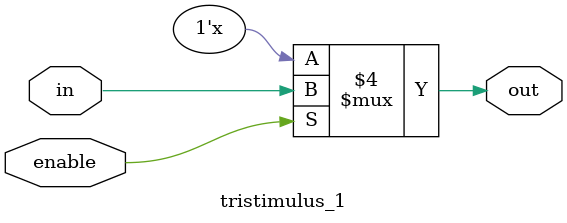
<source format=v>
module tristimulus_1
    (
        input wire in,       // 输入信号
        input wire enable,   // 控制信号
        output reg out      // 输出信号，使用reg类型
    );

    // 默认输出为高阻态
    initial
        out = 1'bz;

    always @(*) begin
        if (enable) begin
            out <= in;  // 使能时传递输入信号
        end
        else begin
            out<=1'bz;
        end
    end

endmodule
</source>
